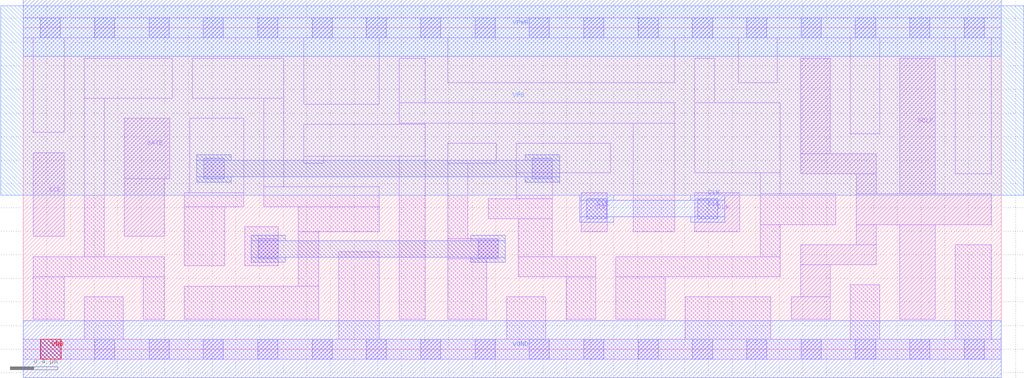
<source format=lef>
# Copyright 2020 The SkyWater PDK Authors
#
# Licensed under the Apache License, Version 2.0 (the "License");
# you may not use this file except in compliance with the License.
# You may obtain a copy of the License at
#
#     https://www.apache.org/licenses/LICENSE-2.0
#
# Unless required by applicable law or agreed to in writing, software
# distributed under the License is distributed on an "AS IS" BASIS,
# WITHOUT WARRANTIES OR CONDITIONS OF ANY KIND, either express or implied.
# See the License for the specific language governing permissions and
# limitations under the License.
#
# SPDX-License-Identifier: Apache-2.0

VERSION 5.7 ;
  NOWIREEXTENSIONATPIN ON ;
  DIVIDERCHAR "/" ;
  BUSBITCHARS "[]" ;
MACRO sky130_fd_sc_hd__sdlclkp_4
  CLASS CORE ;
  FOREIGN sky130_fd_sc_hd__sdlclkp_4 ;
  ORIGIN  0.000000  0.000000 ;
  SIZE  8.280000 BY  2.720000 ;
  SYMMETRY X Y R90 ;
  SITE unithd ;
  PIN GATE
    ANTENNAGATEAREA  0.159000 ;
    DIRECTION INPUT ;
    USE SIGNAL ;
    PORT
      LAYER li1 ;
        RECT 0.855000 0.955000 1.195000 1.445000 ;
        RECT 0.855000 1.445000 1.240000 1.955000 ;
    END
  END GATE
  PIN GCLK
    ANTENNADIFFAREA  0.891000 ;
    DIRECTION OUTPUT ;
    USE SIGNAL ;
    PORT
      LAYER li1 ;
        RECT 6.500000 0.255000 6.830000 0.445000 ;
        RECT 6.580000 0.445000 6.830000 0.715000 ;
        RECT 6.580000 0.715000 7.220000 0.885000 ;
        RECT 6.580000 1.485000 7.220000 1.655000 ;
        RECT 6.580000 1.655000 6.830000 2.465000 ;
        RECT 7.050000 0.885000 7.220000 1.055000 ;
        RECT 7.050000 1.055000 8.195000 1.315000 ;
        RECT 7.050000 1.315000 7.220000 1.485000 ;
        RECT 7.420000 0.255000 7.720000 1.055000 ;
        RECT 7.420000 1.315000 7.720000 2.465000 ;
    END
  END GCLK
  PIN SCE
    ANTENNAGATEAREA  0.159000 ;
    DIRECTION INPUT ;
    USE SIGNAL ;
    PORT
      LAYER li1 ;
        RECT 0.085000 0.955000 0.345000 1.665000 ;
    END
  END SCE
  PIN VNB
    PORT
      LAYER pwell ;
        RECT 0.150000 -0.085000 0.320000 0.085000 ;
    END
  END VNB
  PIN VPB
    PORT
      LAYER nwell ;
        RECT -0.190000 1.305000 8.470000 2.910000 ;
    END
  END VPB
  PIN CLK
    ANTENNAGATEAREA  0.406500 ;
    DIRECTION INPUT ;
    USE CLOCK ;
    PORT
      LAYER li1 ;
        RECT 4.725000 0.995000 4.945000 1.325000 ;
      LAYER mcon ;
        RECT 4.770000 1.105000 4.940000 1.275000 ;
    END
    PORT
      LAYER li1 ;
        RECT 5.685000 0.995000 6.065000 1.325000 ;
      LAYER mcon ;
        RECT 5.710000 1.105000 5.880000 1.275000 ;
    END
    PORT
      LAYER met1 ;
        RECT 4.710000 1.075000 5.000000 1.120000 ;
        RECT 4.710000 1.120000 5.940000 1.260000 ;
        RECT 4.710000 1.260000 5.000000 1.305000 ;
        RECT 5.650000 1.075000 5.940000 1.120000 ;
        RECT 5.650000 1.260000 5.940000 1.305000 ;
    END
  END CLK
  PIN VGND
    DIRECTION INOUT ;
    SHAPE ABUTMENT ;
    USE GROUND ;
    PORT
      LAYER met1 ;
        RECT 0.000000 -0.240000 8.280000 0.240000 ;
    END
  END VGND
  PIN VPWR
    DIRECTION INOUT ;
    SHAPE ABUTMENT ;
    USE POWER ;
    PORT
      LAYER met1 ;
        RECT 0.000000 2.480000 8.280000 2.960000 ;
    END
  END VPWR
  OBS
    LAYER li1 ;
      RECT 0.000000 -0.085000 8.280000 0.085000 ;
      RECT 0.000000  2.635000 8.280000 2.805000 ;
      RECT 0.085000  0.255000 0.345000 0.615000 ;
      RECT 0.085000  0.615000 1.195000 0.785000 ;
      RECT 0.085000  1.835000 0.345000 2.635000 ;
      RECT 0.515000  0.085000 0.845000 0.445000 ;
      RECT 0.515000  0.785000 0.685000 2.125000 ;
      RECT 0.515000  2.125000 1.260000 2.465000 ;
      RECT 1.015000  0.255000 1.195000 0.615000 ;
      RECT 1.365000  0.255000 2.500000 0.535000 ;
      RECT 1.365000  0.705000 1.705000 1.205000 ;
      RECT 1.365000  1.205000 1.865000 1.325000 ;
      RECT 1.410000  1.325000 1.865000 1.955000 ;
      RECT 1.430000  2.125000 2.205000 2.465000 ;
      RECT 1.875000  0.705000 2.160000 1.035000 ;
      RECT 2.035000  1.205000 3.015000 1.375000 ;
      RECT 2.035000  1.375000 2.205000 2.125000 ;
      RECT 2.330000  0.535000 2.500000 0.995000 ;
      RECT 2.330000  0.995000 3.015000 1.205000 ;
      RECT 2.375000  1.575000 2.545000 1.635000 ;
      RECT 2.375000  1.635000 3.405000 1.905000 ;
      RECT 2.375000  2.075000 3.015000 2.635000 ;
      RECT 2.670000  0.085000 3.015000 0.825000 ;
      RECT 3.185000  0.255000 3.405000 1.635000 ;
      RECT 3.185000  1.905000 3.405000 1.915000 ;
      RECT 3.185000  1.915000 5.515000 2.085000 ;
      RECT 3.185000  2.085000 3.405000 2.465000 ;
      RECT 3.595000  0.255000 3.925000 0.765000 ;
      RECT 3.595000  0.765000 4.020000 0.935000 ;
      RECT 3.595000  0.935000 3.765000 1.575000 ;
      RECT 3.595000  1.575000 4.005000 1.745000 ;
      RECT 3.595000  2.255000 5.515000 2.635000 ;
      RECT 3.935000  1.105000 4.480000 1.275000 ;
      RECT 4.095000  0.085000 4.425000 0.445000 ;
      RECT 4.175000  1.275000 4.480000 1.495000 ;
      RECT 4.175000  1.495000 4.975000 1.745000 ;
      RECT 4.190000  0.615000 4.845000 0.785000 ;
      RECT 4.190000  0.785000 4.480000 1.105000 ;
      RECT 4.595000  0.255000 4.845000 0.615000 ;
      RECT 5.015000  0.255000 5.435000 0.615000 ;
      RECT 5.015000  0.615000 6.410000 0.785000 ;
      RECT 5.165000  0.995000 5.515000 1.915000 ;
      RECT 5.605000  0.085000 6.330000 0.445000 ;
      RECT 5.685000  1.495000 6.410000 2.085000 ;
      RECT 5.685000  2.085000 5.855000 2.465000 ;
      RECT 6.055000  2.255000 6.385000 2.635000 ;
      RECT 6.240000  0.785000 6.410000 1.055000 ;
      RECT 6.240000  1.055000 6.880000 1.315000 ;
      RECT 6.240000  1.315000 6.410000 1.495000 ;
      RECT 7.000000  0.085000 7.250000 0.545000 ;
      RECT 7.000000  1.825000 7.250000 2.635000 ;
      RECT 7.890000  0.085000 8.195000 0.885000 ;
      RECT 7.890000  1.485000 8.195000 2.635000 ;
    LAYER mcon ;
      RECT 0.145000 -0.085000 0.315000 0.085000 ;
      RECT 0.145000  2.635000 0.315000 2.805000 ;
      RECT 0.605000 -0.085000 0.775000 0.085000 ;
      RECT 0.605000  2.635000 0.775000 2.805000 ;
      RECT 1.065000 -0.085000 1.235000 0.085000 ;
      RECT 1.065000  2.635000 1.235000 2.805000 ;
      RECT 1.525000 -0.085000 1.695000 0.085000 ;
      RECT 1.525000  2.635000 1.695000 2.805000 ;
      RECT 1.530000  1.445000 1.700000 1.615000 ;
      RECT 1.985000 -0.085000 2.155000 0.085000 ;
      RECT 1.985000  2.635000 2.155000 2.805000 ;
      RECT 1.990000  0.765000 2.160000 0.935000 ;
      RECT 2.445000 -0.085000 2.615000 0.085000 ;
      RECT 2.445000  2.635000 2.615000 2.805000 ;
      RECT 2.905000 -0.085000 3.075000 0.085000 ;
      RECT 2.905000  2.635000 3.075000 2.805000 ;
      RECT 3.365000 -0.085000 3.535000 0.085000 ;
      RECT 3.365000  2.635000 3.535000 2.805000 ;
      RECT 3.825000 -0.085000 3.995000 0.085000 ;
      RECT 3.825000  2.635000 3.995000 2.805000 ;
      RECT 3.850000  0.765000 4.020000 0.935000 ;
      RECT 4.285000 -0.085000 4.455000 0.085000 ;
      RECT 4.285000  2.635000 4.455000 2.805000 ;
      RECT 4.310000  1.445000 4.480000 1.615000 ;
      RECT 4.745000 -0.085000 4.915000 0.085000 ;
      RECT 4.745000  2.635000 4.915000 2.805000 ;
      RECT 5.205000 -0.085000 5.375000 0.085000 ;
      RECT 5.205000  2.635000 5.375000 2.805000 ;
      RECT 5.665000 -0.085000 5.835000 0.085000 ;
      RECT 5.665000  2.635000 5.835000 2.805000 ;
      RECT 6.125000 -0.085000 6.295000 0.085000 ;
      RECT 6.125000  2.635000 6.295000 2.805000 ;
      RECT 6.585000 -0.085000 6.755000 0.085000 ;
      RECT 6.585000  2.635000 6.755000 2.805000 ;
      RECT 7.045000 -0.085000 7.215000 0.085000 ;
      RECT 7.045000  2.635000 7.215000 2.805000 ;
      RECT 7.505000 -0.085000 7.675000 0.085000 ;
      RECT 7.505000  2.635000 7.675000 2.805000 ;
      RECT 7.965000 -0.085000 8.135000 0.085000 ;
      RECT 7.965000  2.635000 8.135000 2.805000 ;
    LAYER met1 ;
      RECT 1.470000 1.415000 1.760000 1.460000 ;
      RECT 1.470000 1.460000 4.540000 1.600000 ;
      RECT 1.470000 1.600000 1.760000 1.645000 ;
      RECT 1.930000 0.735000 2.220000 0.780000 ;
      RECT 1.930000 0.780000 4.080000 0.920000 ;
      RECT 1.930000 0.920000 2.220000 0.965000 ;
      RECT 3.790000 0.735000 4.080000 0.780000 ;
      RECT 3.790000 0.920000 4.080000 0.965000 ;
      RECT 4.250000 1.415000 4.540000 1.460000 ;
      RECT 4.250000 1.600000 4.540000 1.645000 ;
  END
END sky130_fd_sc_hd__sdlclkp_4
END LIBRARY

</source>
